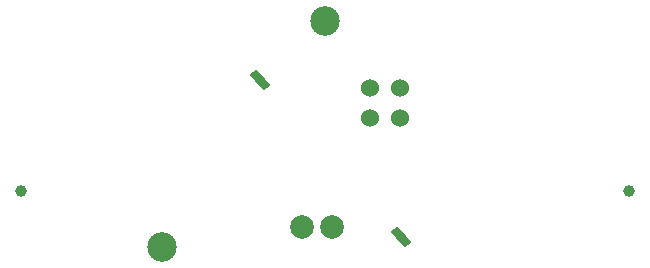
<source format=gbs>
%FSTAX44Y44*%
%MOMM*%
%SFA1B1*%

%IPPOS*%
%AMD77*
4,1,4,-0.325120,0.916940,-0.878840,0.419100,0.325120,-0.916940,0.878840,-0.419100,-0.325120,0.916940,0.0*
%
%ADD10C,0.999998*%
%ADD11C,1.999996*%
%ADD72C,2.499995*%
G04~CAMADD=77~9~0.0~0.0~295.3~708.7~0.0~0.0~0~0.0~0.0~0.0~0.0~0~0.0~0.0~0.0~0.0~0~0.0~0.0~0.0~42.0~692.0~721.0*
%ADD77D77*%
%ADD78C,1.523997*%
%LNpcb1-1*%
%LPD*%
G54D10*
X0198501Y019558D03*
X0147066D03*
G54D11*
X0173355Y0192592D03*
X0170815D03*
G54D72*
X0159004Y0190881D03*
X01727666Y02100258D03*
G54D77*
X01672369Y02049835D03*
X01792143Y01916812D03*
G54D78*
X01766029Y0204343D03*
Y0201803D03*
X01791429Y0204343D03*
Y0201803D03*
M02*
</source>
